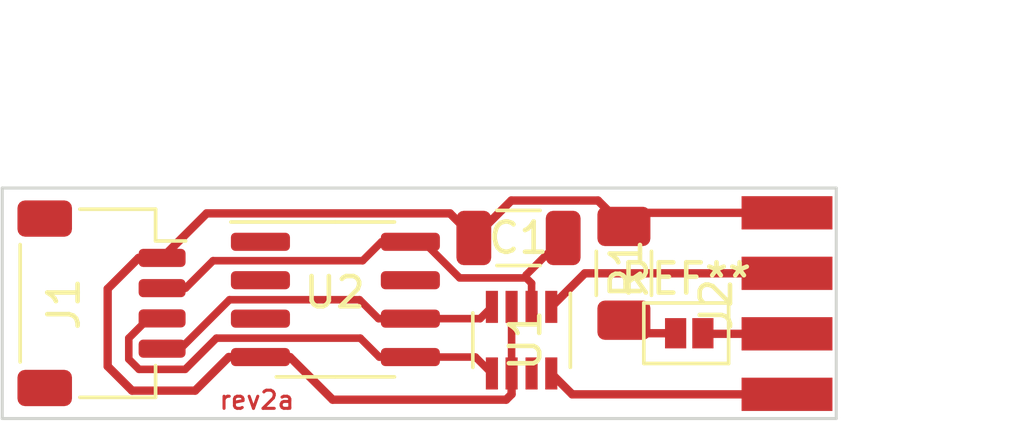
<source format=kicad_pcb>
(kicad_pcb (version 20171130) (host pcbnew "(5.1.10)-1")

  (general
    (thickness 1.1)
    (drawings 8)
    (tracks 58)
    (zones 0)
    (modules 7)
    (nets 13)
  )

  (page A4)
  (layers
    (0 F.Cu signal)
    (31 B.Cu signal)
    (32 B.Adhes user)
    (33 F.Adhes user)
    (34 B.Paste user)
    (35 F.Paste user)
    (36 B.SilkS user)
    (37 F.SilkS user)
    (38 B.Mask user)
    (39 F.Mask user)
    (40 Dwgs.User user)
    (41 Cmts.User user)
    (42 Eco1.User user)
    (43 Eco2.User user)
    (44 Edge.Cuts user)
    (45 Margin user)
    (46 B.CrtYd user)
    (47 F.CrtYd user)
    (48 B.Fab user)
    (49 F.Fab user hide)
  )

  (setup
    (last_trace_width 0.275)
    (user_trace_width 0.275)
    (user_trace_width 0.33)
    (trace_clearance 0.2)
    (zone_clearance 0.508)
    (zone_45_only no)
    (trace_min 0.2)
    (via_size 0.8)
    (via_drill 0.4)
    (via_min_size 0.4)
    (via_min_drill 0.3)
    (uvia_size 0.3)
    (uvia_drill 0.1)
    (uvias_allowed no)
    (uvia_min_size 0.2)
    (uvia_min_drill 0.1)
    (edge_width 0.05)
    (segment_width 0.2)
    (pcb_text_width 0.3)
    (pcb_text_size 1.5 1.5)
    (mod_edge_width 0.12)
    (mod_text_size 1 1)
    (mod_text_width 0.15)
    (pad_size 0.7 1)
    (pad_drill 0)
    (pad_to_mask_clearance 0)
    (aux_axis_origin 0 0)
    (visible_elements 7FFFFFFF)
    (pcbplotparams
      (layerselection 0x010fc_ffffffff)
      (usegerberextensions false)
      (usegerberattributes true)
      (usegerberadvancedattributes true)
      (creategerberjobfile true)
      (excludeedgelayer true)
      (linewidth 0.100000)
      (plotframeref false)
      (viasonmask false)
      (mode 1)
      (useauxorigin false)
      (hpglpennumber 1)
      (hpglpenspeed 20)
      (hpglpendiameter 15.000000)
      (psnegative false)
      (psa4output false)
      (plotreference true)
      (plotvalue true)
      (plotinvisibletext false)
      (padsonsilk false)
      (subtractmaskfromsilk false)
      (outputformat 1)
      (mirror false)
      (drillshape 1)
      (scaleselection 1)
      (outputdirectory ""))
  )

  (net 0 "")
  (net 1 VCC)
  (net 2 GND)
  (net 3 "Net-(J2-Pad2)")
  (net 4 "Net-(J2-Pad3)")
  (net 5 "Net-(U1-Pad7)")
  (net 6 "Net-(U2-Pad1)")
  (net 7 "Net-(U2-Pad2)")
  (net 8 "Net-(U2-Pad3)")
  (net 9 "Net-(U2-Pad7)")
  (net 10 "Net-(J2-Pad4)")
  (net 11 SDA)
  (net 12 SCL)

  (net_class Default "This is the default net class."
    (clearance 0.2)
    (trace_width 0.25)
    (via_dia 0.8)
    (via_drill 0.4)
    (uvia_dia 0.3)
    (uvia_drill 0.1)
    (add_net GND)
    (add_net "Net-(J2-Pad2)")
    (add_net "Net-(J2-Pad3)")
    (add_net "Net-(J2-Pad4)")
    (add_net "Net-(U1-Pad7)")
    (add_net "Net-(U2-Pad1)")
    (add_net "Net-(U2-Pad2)")
    (add_net "Net-(U2-Pad3)")
    (add_net "Net-(U2-Pad7)")
    (add_net SCL)
    (add_net SDA)
    (add_net VCC)
  )

  (module Jumper:SolderJumper-2_P1.3mm_Open_Pad1.0x1.5mm (layer F.Cu) (tedit 62023FCE) (tstamp 6202A478)
    (at 109.2962 79.6544)
    (descr "SMD Solder Jumper, 1x1.5mm Pads, 0.3mm gap, open")
    (tags "solder jumper open")
    (attr virtual)
    (fp_text reference REF** (at 0 -1.8) (layer F.SilkS)
      (effects (font (size 1 1) (thickness 0.15)))
    )
    (fp_text value SolderJumper-2_P1.3mm_Open_Pad1.0x1.5mm (at 0 1.9) (layer F.Fab)
      (effects (font (size 1 1) (thickness 0.15)))
    )
    (fp_line (start 1.65 1.25) (end -1.65 1.25) (layer F.CrtYd) (width 0.05))
    (fp_line (start 1.65 1.25) (end 1.65 -1.25) (layer F.CrtYd) (width 0.05))
    (fp_line (start -1.65 -1.25) (end -1.65 1.25) (layer F.CrtYd) (width 0.05))
    (fp_line (start -1.65 -1.25) (end 1.65 -1.25) (layer F.CrtYd) (width 0.05))
    (fp_line (start -1.4 -1) (end 1.4 -1) (layer F.SilkS) (width 0.12))
    (fp_line (start 1.4 -1) (end 1.4 1) (layer F.SilkS) (width 0.12))
    (fp_line (start 1.4 1) (end -1.4 1) (layer F.SilkS) (width 0.12))
    (fp_line (start -1.4 1) (end -1.4 -1) (layer F.SilkS) (width 0.12))
    (pad 2 smd rect (at 0.55 0) (size 0.7 1) (layers F.Cu F.Mask)
      (net 4 "Net-(J2-Pad3)"))
    (pad 1 smd rect (at -0.35 0) (size 0.7 1) (layers F.Cu F.Mask)
      (net 4 "Net-(J2-Pad3)"))
  )

  (module Resistor_SMD:R_1206_3216Metric_Pad1.30x1.75mm_HandSolder (layer F.Cu) (tedit 62004555) (tstamp 6200AAA6)
    (at 107.2388 77.6732 90)
    (descr "Resistor SMD 1206 (3216 Metric), square (rectangular) end terminal, IPC_7351 nominal with elongated pad for handsoldering. (Body size source: IPC-SM-782 page 72, https://www.pcb-3d.com/wordpress/wp-content/uploads/ipc-sm-782a_amendment_1_and_2.pdf), generated with kicad-footprint-generator")
    (tags "resistor handsolder")
    (attr smd)
    (fp_text reference R1 (at 0.1524 0.0762 90) (layer F.SilkS)
      (effects (font (size 1 1) (thickness 0.15)))
    )
    (fp_text value R_1206_3216Metric_Pad1.30x1.75mm_HandSolder (at 0 1.82 90) (layer F.Fab)
      (effects (font (size 1 1) (thickness 0.15)))
    )
    (fp_line (start 2.45 1.12) (end -2.45 1.12) (layer F.CrtYd) (width 0.05))
    (fp_line (start 2.45 -1.12) (end 2.45 1.12) (layer F.CrtYd) (width 0.05))
    (fp_line (start -2.45 -1.12) (end 2.45 -1.12) (layer F.CrtYd) (width 0.05))
    (fp_line (start -2.45 1.12) (end -2.45 -1.12) (layer F.CrtYd) (width 0.05))
    (fp_line (start -0.727064 0.91) (end 0.727064 0.91) (layer F.SilkS) (width 0.12))
    (fp_line (start -0.727064 -0.91) (end 0.727064 -0.91) (layer F.SilkS) (width 0.12))
    (fp_line (start 1.6 0.8) (end -1.6 0.8) (layer F.Fab) (width 0.1))
    (fp_line (start 1.6 -0.8) (end 1.6 0.8) (layer F.Fab) (width 0.1))
    (fp_line (start -1.6 -0.8) (end 1.6 -0.8) (layer F.Fab) (width 0.1))
    (fp_line (start -1.6 0.8) (end -1.6 -0.8) (layer F.Fab) (width 0.1))
    (fp_text user %R (at 0 0 90) (layer F.Fab)
      (effects (font (size 0.8 0.8) (thickness 0.12)))
    )
    (pad 2 smd roundrect (at 1.55 0 90) (size 1.3 1.75) (layers F.Cu F.Paste F.Mask) (roundrect_rratio 0.192)
      (net 2 GND))
    (pad 1 smd roundrect (at -1.55 0 90) (size 1.3 1.75) (layers F.Cu F.Paste F.Mask) (roundrect_rratio 0.192)
      (net 4 "Net-(J2-Pad3)"))
    (model ${KISYS3DMOD}/Resistor_SMD.3dshapes/R_1206_3216Metric.wrl
      (at (xyz 0 0 0))
      (scale (xyz 1 1 1))
      (rotate (xyz 0 0 0))
    )
  )

  (module Capacitor_SMD:C_1206_3216Metric (layer F.Cu) (tedit 5F68FEEE) (tstamp 62004882)
    (at 103.759 76.5048 180)
    (descr "Capacitor SMD 1206 (3216 Metric), square (rectangular) end terminal, IPC_7351 nominal, (Body size source: IPC-SM-782 page 76, https://www.pcb-3d.com/wordpress/wp-content/uploads/ipc-sm-782a_amendment_1_and_2.pdf), generated with kicad-footprint-generator")
    (tags capacitor)
    (path /610B98C9)
    (attr smd)
    (fp_text reference C1 (at 0 0) (layer F.SilkS)
      (effects (font (size 1 1) (thickness 0.15)))
    )
    (fp_text value 0.1 (at 0 1.85) (layer F.Fab)
      (effects (font (size 1 1) (thickness 0.15)))
    )
    (fp_text user %R (at -0.033001 -0.189601) (layer F.Fab)
      (effects (font (size 0.8 0.8) (thickness 0.12)))
    )
    (fp_line (start -1.6 0.8) (end -1.6 -0.8) (layer F.Fab) (width 0.1))
    (fp_line (start -1.6 -0.8) (end 1.6 -0.8) (layer F.Fab) (width 0.1))
    (fp_line (start 1.6 -0.8) (end 1.6 0.8) (layer F.Fab) (width 0.1))
    (fp_line (start 1.6 0.8) (end -1.6 0.8) (layer F.Fab) (width 0.1))
    (fp_line (start -0.711252 -0.91) (end 0.711252 -0.91) (layer F.SilkS) (width 0.12))
    (fp_line (start -0.711252 0.91) (end 0.711252 0.91) (layer F.SilkS) (width 0.12))
    (fp_line (start -2.3 1.15) (end -2.3 -1.15) (layer F.CrtYd) (width 0.05))
    (fp_line (start -2.3 -1.15) (end 2.3 -1.15) (layer F.CrtYd) (width 0.05))
    (fp_line (start 2.3 -1.15) (end 2.3 1.15) (layer F.CrtYd) (width 0.05))
    (fp_line (start 2.3 1.15) (end -2.3 1.15) (layer F.CrtYd) (width 0.05))
    (pad 2 smd roundrect (at 1.475 0 180) (size 1.15 1.8) (layers F.Cu F.Paste F.Mask) (roundrect_rratio 0.217391)
      (net 2 GND))
    (pad 1 smd roundrect (at -1.475 0 180) (size 1.15 1.8) (layers F.Cu F.Paste F.Mask) (roundrect_rratio 0.217391)
      (net 1 VCC))
    (model ${KISYS3DMOD}/Capacitor_SMD.3dshapes/C_1206_3216Metric.wrl
      (at (xyz 0 0 0))
      (scale (xyz 1 1 1))
      (rotate (xyz 0 0 0))
    )
  )

  (module Connector_JST:JST_SH_SM04B-SRSS-TB_1x04-1MP_P1.00mm_Horizontal (layer F.Cu) (tedit 5B78AD87) (tstamp 6200489D)
    (at 89.9922 78.6638 270)
    (descr "JST SH series connector, SM04B-SRSS-TB (http://www.jst-mfg.com/product/pdf/eng/eSH.pdf), generated with kicad-footprint-generator")
    (tags "connector JST SH top entry")
    (path /620054BA)
    (attr smd)
    (fp_text reference J1 (at 0.0254 1.2446 90) (layer F.SilkS)
      (effects (font (size 1 1) (thickness 0.15)))
    )
    (fp_text value Conn_01x04 (at 0 3.98 90) (layer F.Fab)
      (effects (font (size 1 1) (thickness 0.15)))
    )
    (fp_line (start -3 -1.675) (end 3 -1.675) (layer F.Fab) (width 0.1))
    (fp_line (start -3.11 0.715) (end -3.11 -1.785) (layer F.SilkS) (width 0.12))
    (fp_line (start -3.11 -1.785) (end -2.06 -1.785) (layer F.SilkS) (width 0.12))
    (fp_line (start -2.06 -1.785) (end -2.06 -2.775) (layer F.SilkS) (width 0.12))
    (fp_line (start 3.11 0.715) (end 3.11 -1.785) (layer F.SilkS) (width 0.12))
    (fp_line (start 3.11 -1.785) (end 2.06 -1.785) (layer F.SilkS) (width 0.12))
    (fp_line (start -1.94 2.685) (end 1.94 2.685) (layer F.SilkS) (width 0.12))
    (fp_line (start -3 2.575) (end 3 2.575) (layer F.Fab) (width 0.1))
    (fp_line (start -3 -1.675) (end -3 2.575) (layer F.Fab) (width 0.1))
    (fp_line (start 3 -1.675) (end 3 2.575) (layer F.Fab) (width 0.1))
    (fp_line (start -3.9 -3.28) (end -3.9 3.28) (layer F.CrtYd) (width 0.05))
    (fp_line (start -3.9 3.28) (end 3.9 3.28) (layer F.CrtYd) (width 0.05))
    (fp_line (start 3.9 3.28) (end 3.9 -3.28) (layer F.CrtYd) (width 0.05))
    (fp_line (start 3.9 -3.28) (end -3.9 -3.28) (layer F.CrtYd) (width 0.05))
    (fp_line (start -2 -1.675) (end -1.5 -0.967893) (layer F.Fab) (width 0.1))
    (fp_line (start -1.5 -0.967893) (end -1 -1.675) (layer F.Fab) (width 0.1))
    (fp_text user %R (at 0 0 90) (layer F.Fab)
      (effects (font (size 1 1) (thickness 0.15)))
    )
    (pad 1 smd roundrect (at -1.5 -2 270) (size 0.6 1.55) (layers F.Cu F.Paste F.Mask) (roundrect_rratio 0.25)
      (net 2 GND))
    (pad 2 smd roundrect (at -0.5 -2 270) (size 0.6 1.55) (layers F.Cu F.Paste F.Mask) (roundrect_rratio 0.25)
      (net 1 VCC))
    (pad 3 smd roundrect (at 0.5 -2 270) (size 0.6 1.55) (layers F.Cu F.Paste F.Mask) (roundrect_rratio 0.25)
      (net 11 SDA))
    (pad 4 smd roundrect (at 1.5 -2 270) (size 0.6 1.55) (layers F.Cu F.Paste F.Mask) (roundrect_rratio 0.25)
      (net 12 SCL))
    (pad MP smd roundrect (at -2.8 1.875 270) (size 1.2 1.8) (layers F.Cu F.Paste F.Mask) (roundrect_rratio 0.208333))
    (pad MP smd roundrect (at 2.8 1.875 270) (size 1.2 1.8) (layers F.Cu F.Paste F.Mask) (roundrect_rratio 0.208333))
    (model ${KISYS3DMOD}/Connector_JST.3dshapes/JST_SH_SM04B-SRSS-TB_1x04-1MP_P1.00mm_Horizontal.wrl
      (at (xyz 0 0 0))
      (scale (xyz 1 1 1))
      (rotate (xyz 0 0 0))
    )
  )

  (module Package_TO_SOT_SMD:SOT-23-8 (layer F.Cu) (tedit 5A02FF57) (tstamp 620048C1)
    (at 103.8606 79.883 270)
    (descr "8-pin SOT-23 package, http://www.analog.com/media/en/package-pcb-resources/package/pkg_pdf/sot-23rj/rj_8.pdf")
    (tags SOT-23-8)
    (path /610ABA51)
    (attr smd)
    (fp_text reference U1 (at 0 -0.127 90) (layer F.SilkS)
      (effects (font (size 1 1) (thickness 0.15)))
    )
    (fp_text value AD5245 (at 0 2.5 90) (layer F.Fab)
      (effects (font (size 1 1) (thickness 0.15)))
    )
    (fp_line (start 0.9 -1.55) (end 0.9 1.55) (layer F.Fab) (width 0.1))
    (fp_line (start 0.9 1.55) (end -0.9 1.55) (layer F.Fab) (width 0.1))
    (fp_line (start -0.9 -0.9) (end -0.9 1.55) (layer F.Fab) (width 0.1))
    (fp_line (start 0.9 -1.55) (end -0.25 -1.55) (layer F.Fab) (width 0.1))
    (fp_line (start -0.9 -0.9) (end -0.25 -1.55) (layer F.Fab) (width 0.1))
    (fp_line (start -1.9 -1.8) (end -1.9 1.8) (layer F.CrtYd) (width 0.05))
    (fp_line (start -1.9 1.8) (end 1.9 1.8) (layer F.CrtYd) (width 0.05))
    (fp_line (start 1.9 1.8) (end 1.9 -1.8) (layer F.CrtYd) (width 0.05))
    (fp_line (start 1.9 -1.8) (end -1.9 -1.8) (layer F.CrtYd) (width 0.05))
    (fp_line (start 0.9 -1.61) (end -1.55 -1.61) (layer F.SilkS) (width 0.12))
    (fp_line (start -0.9 1.61) (end 0.9 1.61) (layer F.SilkS) (width 0.12))
    (fp_text user %R (at 0 0) (layer F.Fab)
      (effects (font (size 0.5 0.5) (thickness 0.075)))
    )
    (pad 8 smd rect (at 1.1 -0.98 270) (size 1.06 0.4) (layers F.Cu F.Paste F.Mask)
      (net 10 "Net-(J2-Pad4)"))
    (pad 7 smd rect (at 1.1 -0.33 270) (size 1.06 0.4) (layers F.Cu F.Paste F.Mask)
      (net 5 "Net-(U1-Pad7)"))
    (pad 6 smd rect (at 1.1 0.33 270) (size 1.06 0.4) (layers F.Cu F.Paste F.Mask)
      (net 2 GND))
    (pad 5 smd rect (at 1.1 0.98 270) (size 1.06 0.4) (layers F.Cu F.Paste F.Mask)
      (net 11 SDA))
    (pad 4 smd rect (at -1.1 0.98 270) (size 1.06 0.4) (layers F.Cu F.Paste F.Mask)
      (net 12 SCL))
    (pad 3 smd rect (at -1.1 0.33 270) (size 1.06 0.4) (layers F.Cu F.Paste F.Mask)
      (net 2 GND))
    (pad 2 smd rect (at -1.1 -0.33 270) (size 1.06 0.4) (layers F.Cu F.Paste F.Mask)
      (net 1 VCC))
    (pad 1 smd rect (at -1.1 -0.98 270) (size 1.06 0.4) (layers F.Cu F.Paste F.Mask)
      (net 3 "Net-(J2-Pad2)"))
    (model ${KISYS3DMOD}/Package_TO_SOT_SMD.3dshapes/SOT-23-8.wrl
      (at (xyz 0 0 0))
      (scale (xyz 1 1 1))
      (rotate (xyz 0 0 0))
    )
  )

  (module Package_SO:SOIC-8_3.9x4.9mm_P1.27mm (layer F.Cu) (tedit 5D9F72B1) (tstamp 620048DB)
    (at 97.7138 78.5368)
    (descr "SOIC, 8 Pin (JEDEC MS-012AA, https://www.analog.com/media/en/package-pcb-resources/package/pkg_pdf/soic_narrow-r/r_8.pdf), generated with kicad-footprint-generator ipc_gullwing_generator.py")
    (tags "SOIC SO")
    (path /61FFCDC4)
    (attr smd)
    (fp_text reference U2 (at -0.0254 -0.2286) (layer F.SilkS)
      (effects (font (size 1 1) (thickness 0.15)))
    )
    (fp_text value 24LC04 (at 0 3.4) (layer F.Fab)
      (effects (font (size 1 1) (thickness 0.15)))
    )
    (fp_line (start 0 2.56) (end 1.95 2.56) (layer F.SilkS) (width 0.12))
    (fp_line (start 0 2.56) (end -1.95 2.56) (layer F.SilkS) (width 0.12))
    (fp_line (start 0 -2.56) (end 1.95 -2.56) (layer F.SilkS) (width 0.12))
    (fp_line (start 0 -2.56) (end -3.45 -2.56) (layer F.SilkS) (width 0.12))
    (fp_line (start -0.975 -2.45) (end 1.95 -2.45) (layer F.Fab) (width 0.1))
    (fp_line (start 1.95 -2.45) (end 1.95 2.45) (layer F.Fab) (width 0.1))
    (fp_line (start 1.95 2.45) (end -1.95 2.45) (layer F.Fab) (width 0.1))
    (fp_line (start -1.95 2.45) (end -1.95 -1.475) (layer F.Fab) (width 0.1))
    (fp_line (start -1.95 -1.475) (end -0.975 -2.45) (layer F.Fab) (width 0.1))
    (fp_line (start -3.7 -2.7) (end -3.7 2.7) (layer F.CrtYd) (width 0.05))
    (fp_line (start -3.7 2.7) (end 3.7 2.7) (layer F.CrtYd) (width 0.05))
    (fp_line (start 3.7 2.7) (end 3.7 -2.7) (layer F.CrtYd) (width 0.05))
    (fp_line (start 3.7 -2.7) (end -3.7 -2.7) (layer F.CrtYd) (width 0.05))
    (fp_text user %R (at 0 0) (layer F.Fab)
      (effects (font (size 0.98 0.98) (thickness 0.15)))
    )
    (pad 1 smd roundrect (at -2.475 -1.905) (size 1.95 0.6) (layers F.Cu F.Paste F.Mask) (roundrect_rratio 0.25)
      (net 6 "Net-(U2-Pad1)"))
    (pad 2 smd roundrect (at -2.475 -0.635) (size 1.95 0.6) (layers F.Cu F.Paste F.Mask) (roundrect_rratio 0.25)
      (net 7 "Net-(U2-Pad2)"))
    (pad 3 smd roundrect (at -2.475 0.635) (size 1.95 0.6) (layers F.Cu F.Paste F.Mask) (roundrect_rratio 0.25)
      (net 8 "Net-(U2-Pad3)"))
    (pad 4 smd roundrect (at -2.475 1.905) (size 1.95 0.6) (layers F.Cu F.Paste F.Mask) (roundrect_rratio 0.25)
      (net 2 GND))
    (pad 5 smd roundrect (at 2.475 1.905) (size 1.95 0.6) (layers F.Cu F.Paste F.Mask) (roundrect_rratio 0.25)
      (net 11 SDA))
    (pad 6 smd roundrect (at 2.475 0.635) (size 1.95 0.6) (layers F.Cu F.Paste F.Mask) (roundrect_rratio 0.25)
      (net 12 SCL))
    (pad 7 smd roundrect (at 2.475 -0.635) (size 1.95 0.6) (layers F.Cu F.Paste F.Mask) (roundrect_rratio 0.25)
      (net 9 "Net-(U2-Pad7)"))
    (pad 8 smd roundrect (at 2.475 -1.905) (size 1.95 0.6) (layers F.Cu F.Paste F.Mask) (roundrect_rratio 0.25)
      (net 1 VCC))
    (model ${KISYS3DMOD}/Package_SO.3dshapes/SOIC-8_3.9x4.9mm_P1.27mm.wrl
      (at (xyz 0 0 0))
      (scale (xyz 1 1 1))
      (rotate (xyz 0 0 0))
    )
  )

  (module sony-remote-connector:Connector_Sony_Remote (layer F.Cu) (tedit 62021EDD) (tstamp 62004D6D)
    (at 111.3536 77.6732 270)
    (path /610B15EE)
    (fp_text reference J2 (at 1.0414 1.0668 90) (layer F.SilkS)
      (effects (font (size 1 1) (thickness 0.15)))
    )
    (fp_text value 01x04 (at 0 -0.5 90) (layer F.Fab)
      (effects (font (size 1 1) (thickness 0.15)))
    )
    (fp_line (start -2.826861 -3) (end -2.826861 3.81) (layer Dwgs.User) (width 0.12))
    (fp_line (start -2.826861 3.81) (end 4.858369 3.81) (layer Dwgs.User) (width 0.12))
    (fp_line (start 4.858369 3.81) (end 4.858369 -3) (layer Dwgs.User) (width 0.12))
    (fp_line (start 4.858369 -3) (end -2.826861 -3) (layer Dwgs.User) (width 0.12))
    (pad 1 smd rect (at -2 -1.27 270) (size 1.1 3) (layers F.Cu F.Mask)
      (net 2 GND))
    (pad 2 smd rect (at 0 -1.27 270) (size 1.1 3) (layers F.Cu F.Mask)
      (net 3 "Net-(J2-Pad2)"))
    (pad 3 smd rect (at 2 -1.27 270) (size 1.1 3) (layers F.Cu F.Mask)
      (net 4 "Net-(J2-Pad3)"))
    (pad 4 smd rect (at 4 -1.27 270) (size 1.1 3) (layers F.Cu F.Mask)
      (net 10 "Net-(J2-Pad4)"))
  )

  (gr_text rev2a (at 95.123 81.8642) (layer F.Cu)
    (effects (font (size 0.6 0.6) (thickness 0.1)))
  )
  (dimension 5.8674 (width 0.15) (layer Dwgs.User)
    (gr_text "5,867 mm" (at 111.3155 71.97144) (layer Dwgs.User)
      (effects (font (size 1 1) (thickness 0.15)))
    )
    (feature1 (pts (xy 114.2492 74.8538) (xy 114.2492 72.685019)))
    (feature2 (pts (xy 108.3818 74.8538) (xy 108.3818 72.685019)))
    (crossbar (pts (xy 108.3818 73.27144) (xy 114.2492 73.27144)))
    (arrow1a (pts (xy 114.2492 73.27144) (xy 113.122696 73.857861)))
    (arrow1b (pts (xy 114.2492 73.27144) (xy 113.122696 72.685019)))
    (arrow2a (pts (xy 108.3818 73.27144) (xy 109.508304 73.857861)))
    (arrow2b (pts (xy 108.3818 73.27144) (xy 109.508304 72.685019)))
  )
  (dimension 7.62 (width 0.15) (layer Dwgs.User)
    (gr_text "7,620 mm" (at 119.1052 78.6638 270) (layer Dwgs.User)
      (effects (font (size 1 1) (thickness 0.15)))
    )
    (feature1 (pts (xy 114.3762 82.4738) (xy 118.391621 82.4738)))
    (feature2 (pts (xy 114.3762 74.8538) (xy 118.391621 74.8538)))
    (crossbar (pts (xy 117.8052 74.8538) (xy 117.8052 82.4738)))
    (arrow1a (pts (xy 117.8052 82.4738) (xy 117.218779 81.347296)))
    (arrow1b (pts (xy 117.8052 82.4738) (xy 118.391621 81.347296)))
    (arrow2a (pts (xy 117.8052 74.8538) (xy 117.218779 75.980304)))
    (arrow2b (pts (xy 117.8052 74.8538) (xy 118.391621 75.980304)))
  )
  (dimension 27.5336 (width 0.15) (layer Dwgs.User)
    (gr_text "27,534 mm" (at 100.4824 69.3374) (layer Dwgs.User)
      (effects (font (size 1 1) (thickness 0.15)))
    )
    (feature1 (pts (xy 114.2492 74.8538) (xy 114.2492 70.050979)))
    (feature2 (pts (xy 86.7156 74.8538) (xy 86.7156 70.050979)))
    (crossbar (pts (xy 86.7156 70.6374) (xy 114.2492 70.6374)))
    (arrow1a (pts (xy 114.2492 70.6374) (xy 113.122696 71.223821)))
    (arrow1b (pts (xy 114.2492 70.6374) (xy 113.122696 70.050979)))
    (arrow2a (pts (xy 86.7156 70.6374) (xy 87.842104 71.223821)))
    (arrow2b (pts (xy 86.7156 70.6374) (xy 87.842104 70.050979)))
  )
  (gr_line (start 114.2492 74.8538) (end 114.2492 82.4738) (layer Edge.Cuts) (width 0.1))
  (gr_line (start 86.7156 74.8538) (end 114.2492 74.8538) (layer Edge.Cuts) (width 0.1))
  (gr_line (start 86.7156 82.4738) (end 86.7156 74.8538) (layer Edge.Cuts) (width 0.1))
  (gr_line (start 114.2492 82.4738) (end 86.7156 82.4738) (layer Edge.Cuts) (width 0.1))

  (segment (start 92.7672 78.1638) (end 91.9922 78.1638) (width 0.25) (layer F.Cu) (net 1) (status 20))
  (segment (start 93.67419 77.25681) (end 92.7672 78.1638) (width 0.25) (layer F.Cu) (net 1))
  (segment (start 98.61279 77.25681) (end 93.67419 77.25681) (width 0.25) (layer F.Cu) (net 1))
  (segment (start 99.2378 76.6318) (end 98.61279 77.25681) (width 0.25) (layer F.Cu) (net 1) (status 10))
  (segment (start 100.1888 76.6318) (end 99.2378 76.6318) (width 0.25) (layer F.Cu) (net 1) (status 30))
  (segment (start 100.62281 76.6318) (end 101.81661 77.8256) (width 0.25) (layer F.Cu) (net 1))
  (segment (start 100.1888 76.6318) (end 100.62281 76.6318) (width 0.25) (layer F.Cu) (net 1))
  (segment (start 104.1906 78.003) (end 104.1906 78.783) (width 0.25) (layer F.Cu) (net 1))
  (segment (start 104.0132 77.8256) (end 104.1906 78.003) (width 0.25) (layer F.Cu) (net 1))
  (segment (start 101.81661 77.8256) (end 104.0132 77.8256) (width 0.25) (layer F.Cu) (net 1))
  (segment (start 104.0132 77.7256) (end 105.234 76.5048) (width 0.25) (layer F.Cu) (net 1))
  (segment (start 104.0132 77.8256) (end 104.0132 77.7256) (width 0.25) (layer F.Cu) (net 1))
  (segment (start 91.9922 77.1638) (end 93.464 75.692) (width 0.275) (layer F.Cu) (net 2) (status 10))
  (segment (start 91.2172 77.1638) (end 91.9922 77.1638) (width 0.275) (layer F.Cu) (net 2) (status 30))
  (segment (start 90.1954 78.1856) (end 91.2172 77.1638) (width 0.275) (layer F.Cu) (net 2) (status 20))
  (segment (start 90.1954 80.7466) (end 90.1954 78.1856) (width 0.275) (layer F.Cu) (net 2))
  (segment (start 93.082489 81.550889) (end 90.999689 81.550889) (width 0.275) (layer F.Cu) (net 2))
  (segment (start 90.999689 81.550889) (end 90.1954 80.7466) (width 0.275) (layer F.Cu) (net 2))
  (segment (start 94.191578 80.4418) (end 93.082489 81.550889) (width 0.275) (layer F.Cu) (net 2))
  (segment (start 95.2388 80.4418) (end 94.191578 80.4418) (width 0.275) (layer F.Cu) (net 2) (status 10))
  (segment (start 101.4966 75.692) (end 102.284 76.4794) (width 0.275) (layer F.Cu) (net 2) (status 20))
  (segment (start 93.464 75.692) (end 101.4966 75.692) (width 0.275) (layer F.Cu) (net 2))
  (segment (start 96.2138 80.4418) (end 95.2388 80.4418) (width 0.275) (layer F.Cu) (net 2) (status 20))
  (segment (start 97.622501 81.850501) (end 96.2138 80.4418) (width 0.275) (layer F.Cu) (net 2))
  (segment (start 103.350601 81.850501) (end 97.622501 81.850501) (width 0.275) (layer F.Cu) (net 2))
  (segment (start 103.5306 81.670502) (end 103.350601 81.850501) (width 0.275) (layer F.Cu) (net 2))
  (segment (start 103.5306 80.983) (end 103.5306 81.670502) (width 0.275) (layer F.Cu) (net 2) (status 10))
  (segment (start 106.38289 75.26729) (end 107.2388 76.1232) (width 0.275) (layer F.Cu) (net 2))
  (segment (start 103.52151 75.26729) (end 106.38289 75.26729) (width 0.275) (layer F.Cu) (net 2))
  (segment (start 102.284 76.5048) (end 103.52151 75.26729) (width 0.275) (layer F.Cu) (net 2))
  (segment (start 103.5306 80.983) (end 103.5306 78.783) (width 0.25) (layer F.Cu) (net 2))
  (segment (start 107.6888 75.6732) (end 107.2388 76.1232) (width 0.275) (layer F.Cu) (net 2))
  (segment (start 112.6236 75.6732) (end 107.6888 75.6732) (width 0.275) (layer F.Cu) (net 2))
  (segment (start 105.9504 77.6732) (end 104.8406 78.783) (width 0.275) (layer F.Cu) (net 3) (status 20))
  (segment (start 112.6236 77.6732) (end 105.9504 77.6732) (width 0.275) (layer F.Cu) (net 3) (status 10))
  (segment (start 112.6236 79.6732) (end 109.865 79.6732) (width 0.275) (layer F.Cu) (net 4) (status 30))
  (segment (start 108.9462 79.6544) (end 107.67 79.6544) (width 0.275) (layer F.Cu) (net 4) (status 30))
  (segment (start 107.2388 79.2232) (end 107.67 79.6544) (width 0.275) (layer F.Cu) (net 4))
  (segment (start 105.5308 81.6732) (end 104.8406 80.983) (width 0.275) (layer F.Cu) (net 10) (status 20))
  (segment (start 112.6236 81.6732) (end 105.5308 81.6732) (width 0.275) (layer F.Cu) (net 10) (status 10))
  (segment (start 93.785978 79.81679) (end 92.754568 80.8482) (width 0.25) (layer F.Cu) (net 11))
  (segment (start 91.545432 79.1638) (end 91.9922 79.1638) (width 0.25) (layer F.Cu) (net 11) (status 30))
  (segment (start 90.89219 79.817042) (end 91.545432 79.1638) (width 0.25) (layer F.Cu) (net 11) (status 20))
  (segment (start 90.89219 80.510558) (end 90.89219 79.817042) (width 0.25) (layer F.Cu) (net 11))
  (segment (start 91.229832 80.8482) (end 90.89219 80.510558) (width 0.25) (layer F.Cu) (net 11))
  (segment (start 92.754568 80.8482) (end 91.229832 80.8482) (width 0.25) (layer F.Cu) (net 11))
  (segment (start 93.785978 79.81679) (end 98.53659 79.81679) (width 0.25) (layer F.Cu) (net 11))
  (segment (start 99.1616 80.4418) (end 100.1888 80.4418) (width 0.25) (layer F.Cu) (net 11) (status 20))
  (segment (start 98.53659 79.81679) (end 99.1616 80.4418) (width 0.25) (layer F.Cu) (net 11))
  (segment (start 102.3394 80.4418) (end 102.8806 80.983) (width 0.25) (layer F.Cu) (net 11))
  (segment (start 100.1888 80.4418) (end 102.3394 80.4418) (width 0.25) (layer F.Cu) (net 11))
  (segment (start 92.600032 80.1638) (end 94.217042 78.54679) (width 0.25) (layer F.Cu) (net 12) (status 10))
  (segment (start 91.9922 80.1638) (end 92.600032 80.1638) (width 0.25) (layer F.Cu) (net 12) (status 30))
  (segment (start 100.1888 79.1718) (end 99.1362 79.1718) (width 0.25) (layer F.Cu) (net 12) (status 10))
  (segment (start 99.1362 79.1718) (end 98.51119 78.54679) (width 0.25) (layer F.Cu) (net 12))
  (segment (start 94.217042 78.54679) (end 98.51119 78.54679) (width 0.25) (layer F.Cu) (net 12))
  (segment (start 102.4918 79.1718) (end 102.8806 78.783) (width 0.25) (layer F.Cu) (net 12))
  (segment (start 100.1888 79.1718) (end 102.4918 79.1718) (width 0.25) (layer F.Cu) (net 12))

)

</source>
